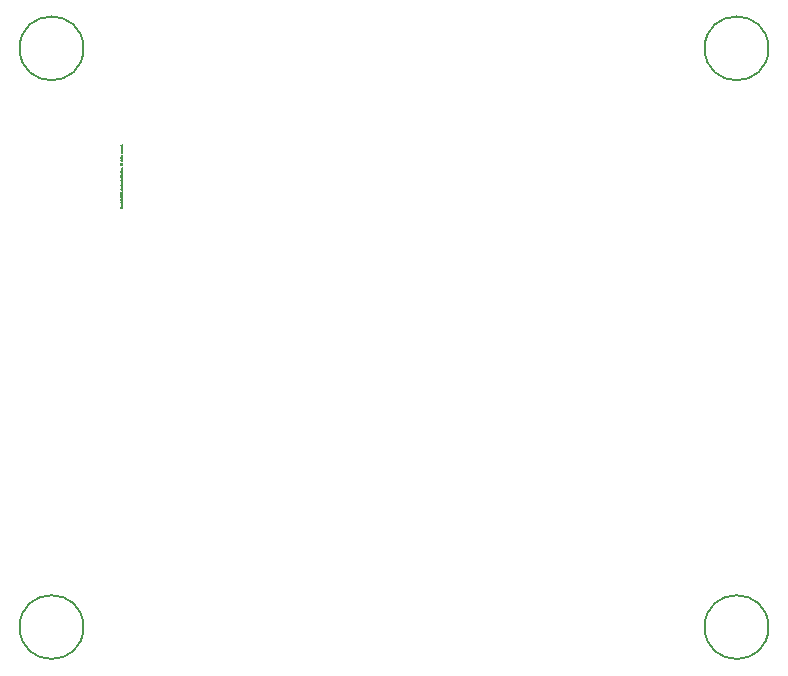
<source format=gbr>
G04 #@! TF.GenerationSoftware,KiCad,Pcbnew,5.1.10-88a1d61d58~88~ubuntu20.04.1*
G04 #@! TF.CreationDate,2021-06-08T22:25:17-06:00*
G04 #@! TF.ProjectId,raspberrypi-led-hat-2,72617370-6265-4727-9279-70692d6c6564,rev?*
G04 #@! TF.SameCoordinates,Original*
G04 #@! TF.FileFunction,Other,Comment*
%FSLAX46Y46*%
G04 Gerber Fmt 4.6, Leading zero omitted, Abs format (unit mm)*
G04 Created by KiCad (PCBNEW 5.1.10-88a1d61d58~88~ubuntu20.04.1) date 2021-06-08 22:25:17*
%MOMM*%
%LPD*%
G01*
G04 APERTURE LIST*
%ADD10C,0.150000*%
%ADD11C,0.002000*%
G04 APERTURE END LIST*
D10*
X264200000Y-146500000D02*
G75*
G03*
X264200000Y-146500000I-2700000J0D01*
G01*
X206200000Y-146500000D02*
G75*
G03*
X206200000Y-146500000I-2700000J0D01*
G01*
X264200000Y-97500000D02*
G75*
G03*
X264200000Y-97500000I-2700000J0D01*
G01*
X206200000Y-97500000D02*
G75*
G03*
X206200000Y-97500000I-2700000J0D01*
G01*
D11*
X209445356Y-110965833D02*
X209451403Y-110971880D01*
X209457451Y-110990023D01*
X209457451Y-111002119D01*
X209451403Y-111020261D01*
X209439308Y-111032357D01*
X209427213Y-111038404D01*
X209403022Y-111044452D01*
X209384879Y-111044452D01*
X209360689Y-111038404D01*
X209348594Y-111032357D01*
X209336499Y-111020261D01*
X209330451Y-111002119D01*
X209330451Y-110990023D01*
X209336499Y-110971880D01*
X209342546Y-110965833D01*
X209457451Y-110893261D02*
X209451403Y-110905357D01*
X209445356Y-110911404D01*
X209433260Y-110917452D01*
X209396975Y-110917452D01*
X209384879Y-110911404D01*
X209378832Y-110905357D01*
X209372784Y-110893261D01*
X209372784Y-110875119D01*
X209378832Y-110863023D01*
X209384879Y-110856976D01*
X209396975Y-110850928D01*
X209433260Y-110850928D01*
X209445356Y-110856976D01*
X209451403Y-110863023D01*
X209457451Y-110875119D01*
X209457451Y-110893261D01*
X209372784Y-110796500D02*
X209499784Y-110796500D01*
X209378832Y-110796500D02*
X209372784Y-110784404D01*
X209372784Y-110760214D01*
X209378832Y-110748119D01*
X209384879Y-110742071D01*
X209396975Y-110736023D01*
X209433260Y-110736023D01*
X209445356Y-110742071D01*
X209451403Y-110748119D01*
X209457451Y-110760214D01*
X209457451Y-110784404D01*
X209451403Y-110796500D01*
X209372784Y-110693690D02*
X209457451Y-110663452D01*
X209372784Y-110633214D02*
X209457451Y-110663452D01*
X209487689Y-110675547D01*
X209493737Y-110681595D01*
X209499784Y-110693690D01*
X209457451Y-110584833D02*
X209372784Y-110584833D01*
X209396975Y-110584833D02*
X209384879Y-110578785D01*
X209378832Y-110572738D01*
X209372784Y-110560642D01*
X209372784Y-110548547D01*
X209457451Y-110506214D02*
X209372784Y-110506214D01*
X209330451Y-110506214D02*
X209336499Y-110512261D01*
X209342546Y-110506214D01*
X209336499Y-110500166D01*
X209330451Y-110506214D01*
X209342546Y-110506214D01*
X209372784Y-110391309D02*
X209475594Y-110391309D01*
X209487689Y-110397357D01*
X209493737Y-110403404D01*
X209499784Y-110415500D01*
X209499784Y-110433642D01*
X209493737Y-110445738D01*
X209451403Y-110391309D02*
X209457451Y-110403404D01*
X209457451Y-110427595D01*
X209451403Y-110439690D01*
X209445356Y-110445738D01*
X209433260Y-110451785D01*
X209396975Y-110451785D01*
X209384879Y-110445738D01*
X209378832Y-110439690D01*
X209372784Y-110427595D01*
X209372784Y-110403404D01*
X209378832Y-110391309D01*
X209457451Y-110330833D02*
X209330451Y-110330833D01*
X209457451Y-110276404D02*
X209390927Y-110276404D01*
X209378832Y-110282452D01*
X209372784Y-110294547D01*
X209372784Y-110312690D01*
X209378832Y-110324785D01*
X209384879Y-110330833D01*
X209372784Y-110234071D02*
X209372784Y-110185690D01*
X209330451Y-110215928D02*
X209439308Y-110215928D01*
X209451403Y-110209880D01*
X209457451Y-110197785D01*
X209457451Y-110185690D01*
X209342546Y-110052642D02*
X209336499Y-110046595D01*
X209330451Y-110034500D01*
X209330451Y-110004261D01*
X209336499Y-109992166D01*
X209342546Y-109986119D01*
X209354641Y-109980071D01*
X209366737Y-109980071D01*
X209384879Y-109986119D01*
X209457451Y-110058690D01*
X209457451Y-109980071D01*
X209330451Y-109901452D02*
X209330451Y-109889357D01*
X209336499Y-109877261D01*
X209342546Y-109871214D01*
X209354641Y-109865166D01*
X209378832Y-109859119D01*
X209409070Y-109859119D01*
X209433260Y-109865166D01*
X209445356Y-109871214D01*
X209451403Y-109877261D01*
X209457451Y-109889357D01*
X209457451Y-109901452D01*
X209451403Y-109913547D01*
X209445356Y-109919595D01*
X209433260Y-109925642D01*
X209409070Y-109931690D01*
X209378832Y-109931690D01*
X209354641Y-109925642D01*
X209342546Y-109919595D01*
X209336499Y-109913547D01*
X209330451Y-109901452D01*
X209342546Y-109810738D02*
X209336499Y-109804690D01*
X209330451Y-109792595D01*
X209330451Y-109762357D01*
X209336499Y-109750261D01*
X209342546Y-109744214D01*
X209354641Y-109738166D01*
X209366737Y-109738166D01*
X209384879Y-109744214D01*
X209457451Y-109816785D01*
X209457451Y-109738166D01*
X209457451Y-109617214D02*
X209457451Y-109689785D01*
X209457451Y-109653500D02*
X209330451Y-109653500D01*
X209348594Y-109665595D01*
X209360689Y-109677690D01*
X209366737Y-109689785D01*
X209421165Y-109472071D02*
X209421165Y-109411595D01*
X209457451Y-109484166D02*
X209330451Y-109441833D01*
X209457451Y-109399500D01*
X209451403Y-109302738D02*
X209457451Y-109314833D01*
X209457451Y-109339023D01*
X209451403Y-109351119D01*
X209445356Y-109357166D01*
X209433260Y-109363214D01*
X209396975Y-109363214D01*
X209384879Y-109357166D01*
X209378832Y-109351119D01*
X209372784Y-109339023D01*
X209372784Y-109314833D01*
X209378832Y-109302738D01*
X209451403Y-109193880D02*
X209457451Y-109205976D01*
X209457451Y-109230166D01*
X209451403Y-109242261D01*
X209445356Y-109248309D01*
X209433260Y-109254357D01*
X209396975Y-109254357D01*
X209384879Y-109248309D01*
X209378832Y-109242261D01*
X209372784Y-109230166D01*
X209372784Y-109205976D01*
X209378832Y-109193880D01*
X209451403Y-109091071D02*
X209457451Y-109103166D01*
X209457451Y-109127357D01*
X209451403Y-109139452D01*
X209439308Y-109145500D01*
X209390927Y-109145500D01*
X209378832Y-109139452D01*
X209372784Y-109127357D01*
X209372784Y-109103166D01*
X209378832Y-109091071D01*
X209390927Y-109085023D01*
X209403022Y-109085023D01*
X209415118Y-109145500D01*
X209457451Y-109012452D02*
X209451403Y-109024547D01*
X209439308Y-109030595D01*
X209330451Y-109030595D01*
X209451403Y-108915690D02*
X209457451Y-108927785D01*
X209457451Y-108951976D01*
X209451403Y-108964071D01*
X209439308Y-108970119D01*
X209390927Y-108970119D01*
X209378832Y-108964071D01*
X209372784Y-108951976D01*
X209372784Y-108927785D01*
X209378832Y-108915690D01*
X209390927Y-108909642D01*
X209403022Y-108909642D01*
X209415118Y-108970119D01*
X209457451Y-108855214D02*
X209372784Y-108855214D01*
X209396975Y-108855214D02*
X209384879Y-108849166D01*
X209378832Y-108843119D01*
X209372784Y-108831023D01*
X209372784Y-108818928D01*
X209457451Y-108722166D02*
X209390927Y-108722166D01*
X209378832Y-108728214D01*
X209372784Y-108740309D01*
X209372784Y-108764500D01*
X209378832Y-108776595D01*
X209451403Y-108722166D02*
X209457451Y-108734261D01*
X209457451Y-108764500D01*
X209451403Y-108776595D01*
X209439308Y-108782642D01*
X209427213Y-108782642D01*
X209415118Y-108776595D01*
X209409070Y-108764500D01*
X209409070Y-108734261D01*
X209403022Y-108722166D01*
X209372784Y-108679833D02*
X209372784Y-108631452D01*
X209330451Y-108661690D02*
X209439308Y-108661690D01*
X209451403Y-108655642D01*
X209457451Y-108643547D01*
X209457451Y-108631452D01*
X209451403Y-108540738D02*
X209457451Y-108552833D01*
X209457451Y-108577023D01*
X209451403Y-108589119D01*
X209439308Y-108595166D01*
X209390927Y-108595166D01*
X209378832Y-108589119D01*
X209372784Y-108577023D01*
X209372784Y-108552833D01*
X209378832Y-108540738D01*
X209390927Y-108534690D01*
X209403022Y-108534690D01*
X209415118Y-108595166D01*
X209457451Y-108425833D02*
X209330451Y-108425833D01*
X209451403Y-108425833D02*
X209457451Y-108437928D01*
X209457451Y-108462119D01*
X209451403Y-108474214D01*
X209445356Y-108480261D01*
X209433260Y-108486309D01*
X209396975Y-108486309D01*
X209384879Y-108480261D01*
X209378832Y-108474214D01*
X209372784Y-108462119D01*
X209372784Y-108437928D01*
X209378832Y-108425833D01*
X209457451Y-108268595D02*
X209330451Y-108268595D01*
X209330451Y-108238357D01*
X209336499Y-108220214D01*
X209348594Y-108208119D01*
X209360689Y-108202071D01*
X209384879Y-108196023D01*
X209403022Y-108196023D01*
X209427213Y-108202071D01*
X209439308Y-108208119D01*
X209451403Y-108220214D01*
X209457451Y-108238357D01*
X209457451Y-108268595D01*
X209451403Y-108093214D02*
X209457451Y-108105309D01*
X209457451Y-108129500D01*
X209451403Y-108141595D01*
X209439308Y-108147642D01*
X209390927Y-108147642D01*
X209378832Y-108141595D01*
X209372784Y-108129500D01*
X209372784Y-108105309D01*
X209378832Y-108093214D01*
X209390927Y-108087166D01*
X209403022Y-108087166D01*
X209415118Y-108147642D01*
X209451403Y-108038785D02*
X209457451Y-108026690D01*
X209457451Y-108002500D01*
X209451403Y-107990404D01*
X209439308Y-107984357D01*
X209433260Y-107984357D01*
X209421165Y-107990404D01*
X209415118Y-108002500D01*
X209415118Y-108020642D01*
X209409070Y-108032738D01*
X209396975Y-108038785D01*
X209390927Y-108038785D01*
X209378832Y-108032738D01*
X209372784Y-108020642D01*
X209372784Y-108002500D01*
X209378832Y-107990404D01*
X209457451Y-107929928D02*
X209372784Y-107929928D01*
X209330451Y-107929928D02*
X209336499Y-107935976D01*
X209342546Y-107929928D01*
X209336499Y-107923880D01*
X209330451Y-107929928D01*
X209342546Y-107929928D01*
X209372784Y-107815023D02*
X209475594Y-107815023D01*
X209487689Y-107821071D01*
X209493737Y-107827119D01*
X209499784Y-107839214D01*
X209499784Y-107857357D01*
X209493737Y-107869452D01*
X209451403Y-107815023D02*
X209457451Y-107827119D01*
X209457451Y-107851309D01*
X209451403Y-107863404D01*
X209445356Y-107869452D01*
X209433260Y-107875500D01*
X209396975Y-107875500D01*
X209384879Y-107869452D01*
X209378832Y-107863404D01*
X209372784Y-107851309D01*
X209372784Y-107827119D01*
X209378832Y-107815023D01*
X209372784Y-107754547D02*
X209457451Y-107754547D01*
X209384879Y-107754547D02*
X209378832Y-107748500D01*
X209372784Y-107736404D01*
X209372784Y-107718261D01*
X209378832Y-107706166D01*
X209390927Y-107700119D01*
X209457451Y-107700119D01*
X209451403Y-107645690D02*
X209457451Y-107633595D01*
X209457451Y-107609404D01*
X209451403Y-107597309D01*
X209439308Y-107591261D01*
X209433260Y-107591261D01*
X209421165Y-107597309D01*
X209415118Y-107609404D01*
X209415118Y-107627547D01*
X209409070Y-107639642D01*
X209396975Y-107645690D01*
X209390927Y-107645690D01*
X209378832Y-107639642D01*
X209372784Y-107627547D01*
X209372784Y-107609404D01*
X209378832Y-107597309D01*
X209445356Y-107536833D02*
X209451403Y-107530785D01*
X209457451Y-107536833D01*
X209451403Y-107542880D01*
X209445356Y-107536833D01*
X209457451Y-107536833D01*
X209421165Y-107385642D02*
X209421165Y-107325166D01*
X209457451Y-107397738D02*
X209330451Y-107355404D01*
X209457451Y-107313071D01*
X209457451Y-107252595D02*
X209451403Y-107264690D01*
X209439308Y-107270738D01*
X209330451Y-107270738D01*
X209457451Y-107186071D02*
X209451403Y-107198166D01*
X209439308Y-107204214D01*
X209330451Y-107204214D01*
X209457451Y-107040928D02*
X209372784Y-107040928D01*
X209396975Y-107040928D02*
X209384879Y-107034880D01*
X209378832Y-107028833D01*
X209372784Y-107016738D01*
X209372784Y-107004642D01*
X209457451Y-106962309D02*
X209372784Y-106962309D01*
X209330451Y-106962309D02*
X209336499Y-106968357D01*
X209342546Y-106962309D01*
X209336499Y-106956261D01*
X209330451Y-106962309D01*
X209342546Y-106962309D01*
X209372784Y-106847404D02*
X209475594Y-106847404D01*
X209487689Y-106853452D01*
X209493737Y-106859500D01*
X209499784Y-106871595D01*
X209499784Y-106889738D01*
X209493737Y-106901833D01*
X209451403Y-106847404D02*
X209457451Y-106859500D01*
X209457451Y-106883690D01*
X209451403Y-106895785D01*
X209445356Y-106901833D01*
X209433260Y-106907880D01*
X209396975Y-106907880D01*
X209384879Y-106901833D01*
X209378832Y-106895785D01*
X209372784Y-106883690D01*
X209372784Y-106859500D01*
X209378832Y-106847404D01*
X209457451Y-106786928D02*
X209330451Y-106786928D01*
X209457451Y-106732500D02*
X209390927Y-106732500D01*
X209378832Y-106738547D01*
X209372784Y-106750642D01*
X209372784Y-106768785D01*
X209378832Y-106780880D01*
X209384879Y-106786928D01*
X209372784Y-106690166D02*
X209372784Y-106641785D01*
X209330451Y-106672023D02*
X209439308Y-106672023D01*
X209451403Y-106665976D01*
X209457451Y-106653880D01*
X209457451Y-106641785D01*
X209451403Y-106605500D02*
X209457451Y-106593404D01*
X209457451Y-106569214D01*
X209451403Y-106557119D01*
X209439308Y-106551071D01*
X209433260Y-106551071D01*
X209421165Y-106557119D01*
X209415118Y-106569214D01*
X209415118Y-106587357D01*
X209409070Y-106599452D01*
X209396975Y-106605500D01*
X209390927Y-106605500D01*
X209378832Y-106599452D01*
X209372784Y-106587357D01*
X209372784Y-106569214D01*
X209378832Y-106557119D01*
X209457451Y-106399880D02*
X209372784Y-106399880D01*
X209396975Y-106399880D02*
X209384879Y-106393833D01*
X209378832Y-106387785D01*
X209372784Y-106375690D01*
X209372784Y-106363595D01*
X209451403Y-106272880D02*
X209457451Y-106284976D01*
X209457451Y-106309166D01*
X209451403Y-106321261D01*
X209439308Y-106327309D01*
X209390927Y-106327309D01*
X209378832Y-106321261D01*
X209372784Y-106309166D01*
X209372784Y-106284976D01*
X209378832Y-106272880D01*
X209390927Y-106266833D01*
X209403022Y-106266833D01*
X209415118Y-106327309D01*
X209451403Y-106218452D02*
X209457451Y-106206357D01*
X209457451Y-106182166D01*
X209451403Y-106170071D01*
X209439308Y-106164023D01*
X209433260Y-106164023D01*
X209421165Y-106170071D01*
X209415118Y-106182166D01*
X209415118Y-106200309D01*
X209409070Y-106212404D01*
X209396975Y-106218452D01*
X209390927Y-106218452D01*
X209378832Y-106212404D01*
X209372784Y-106200309D01*
X209372784Y-106182166D01*
X209378832Y-106170071D01*
X209451403Y-106061214D02*
X209457451Y-106073309D01*
X209457451Y-106097500D01*
X209451403Y-106109595D01*
X209439308Y-106115642D01*
X209390927Y-106115642D01*
X209378832Y-106109595D01*
X209372784Y-106097500D01*
X209372784Y-106073309D01*
X209378832Y-106061214D01*
X209390927Y-106055166D01*
X209403022Y-106055166D01*
X209415118Y-106115642D01*
X209457451Y-106000738D02*
X209372784Y-106000738D01*
X209396975Y-106000738D02*
X209384879Y-105994690D01*
X209378832Y-105988642D01*
X209372784Y-105976547D01*
X209372784Y-105964452D01*
X209372784Y-105934214D02*
X209457451Y-105903976D01*
X209372784Y-105873738D01*
X209451403Y-105776976D02*
X209457451Y-105789071D01*
X209457451Y-105813261D01*
X209451403Y-105825357D01*
X209439308Y-105831404D01*
X209390927Y-105831404D01*
X209378832Y-105825357D01*
X209372784Y-105813261D01*
X209372784Y-105789071D01*
X209378832Y-105776976D01*
X209390927Y-105770928D01*
X209403022Y-105770928D01*
X209415118Y-105831404D01*
X209457451Y-105662071D02*
X209330451Y-105662071D01*
X209451403Y-105662071D02*
X209457451Y-105674166D01*
X209457451Y-105698357D01*
X209451403Y-105710452D01*
X209445356Y-105716500D01*
X209433260Y-105722547D01*
X209396975Y-105722547D01*
X209384879Y-105716500D01*
X209378832Y-105710452D01*
X209372784Y-105698357D01*
X209372784Y-105674166D01*
X209378832Y-105662071D01*
X209445356Y-105601595D02*
X209451403Y-105595547D01*
X209457451Y-105601595D01*
X209451403Y-105607642D01*
X209445356Y-105601595D01*
X209457451Y-105601595D01*
M02*

</source>
